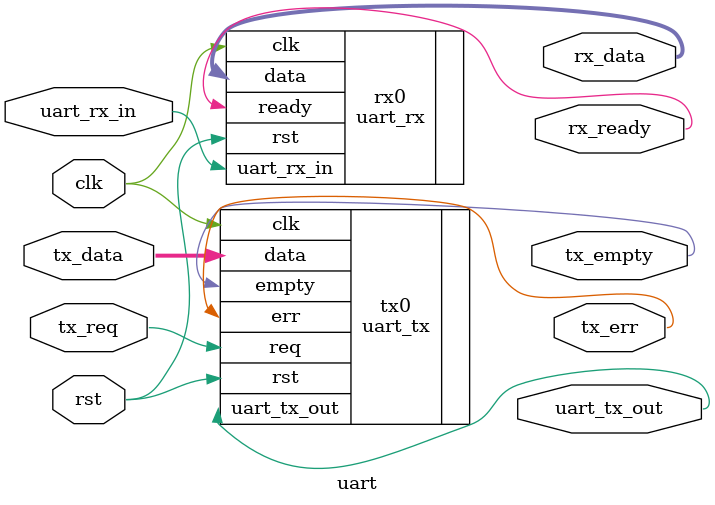
<source format=v>
`timescale 1ns / 1ps


module uart(
    input        clk,
    input        rst,

    input        uart_rx_in, 
    output       uart_tx_out,

    input [7:0]  tx_data,
    input        tx_req,
    output       tx_empty, 
    output       tx_err, 

    output [7:0] rx_data, 
    output       rx_ready 
);

 //   reg [7:0] data;
    

    uart_rx rx0( .clk(clk),
                    .rst(rst),
                    .uart_rx_in(uart_rx_in),
                    .data(rx_data),
                    .ready(rx_ready)
                    );
                                                                                
    uart_tx tx0( .clk(clk),
                    .rst(rst),
                    .uart_tx_out(uart_tx_out),
                    .data(tx_data),
                    .req(tx_req),
                    .empty(tx_empty),
                    .err(tx_err)
                    );
endmodule 
</source>
